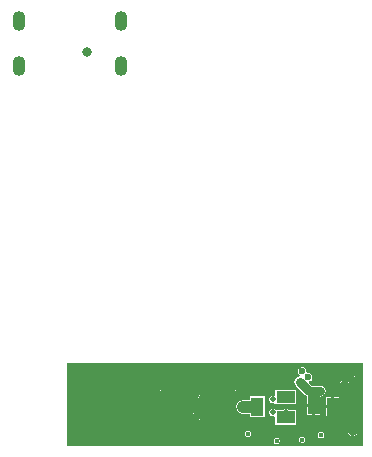
<source format=gbr>
G04*
G04 #@! TF.GenerationSoftware,Altium Limited,Altium Designer,23.10.1 (27)*
G04*
G04 Layer_Physical_Order=4*
G04 Layer_Color=16711680*
%FSLAX44Y44*%
%MOMM*%
G71*
G04*
G04 #@! TF.SameCoordinates,EE71AB0A-04B5-4847-A965-A32D4C1E190E*
G04*
G04*
G04 #@! TF.FilePolarity,Positive*
G04*
G01*
G75*
G04:AMPARAMS|DCode=38|XSize=1.1mm|YSize=1.7mm|CornerRadius=0.55mm|HoleSize=0mm|Usage=FLASHONLY|Rotation=180.000|XOffset=0mm|YOffset=0mm|HoleType=Round|Shape=RoundedRectangle|*
%AMROUNDEDRECTD38*
21,1,1.1000,0.6000,0,0,180.0*
21,1,0.0000,1.7000,0,0,180.0*
1,1,1.1000,0.0000,0.3000*
1,1,1.1000,0.0000,0.3000*
1,1,1.1000,0.0000,-0.3000*
1,1,1.1000,0.0000,-0.3000*
%
%ADD38ROUNDEDRECTD38*%
%ADD45C,0.8000*%
%ADD48C,0.8000*%
%ADD49C,0.6000*%
%ADD50C,0.4000*%
%ADD51C,0.5000*%
%ADD53C,1.0000*%
%ADD54R,1.1000X1.6000*%
%ADD55R,1.6000X1.1000*%
G36*
X2327831Y63D02*
X2077647D01*
Y70064D01*
X2327831D01*
Y63D01*
D02*
G37*
%LPC*%
G36*
X2308570Y59221D02*
Y57770D01*
X2310021D01*
X2309843Y58199D01*
X2308999Y59043D01*
X2308570Y59221D01*
D02*
G37*
G36*
X2306030D02*
X2305601Y59043D01*
X2304757Y58199D01*
X2304579Y57770D01*
X2306030D01*
Y59221D01*
D02*
G37*
G36*
X2320570Y59303D02*
Y56770D01*
X2323103D01*
X2322691Y57766D01*
X2321566Y58891D01*
X2320570Y59303D01*
D02*
G37*
G36*
X2318030D02*
X2317034Y58891D01*
X2315909Y57766D01*
X2315497Y56770D01*
X2318030D01*
Y59303D01*
D02*
G37*
G36*
X2310021Y55230D02*
X2308570D01*
Y53779D01*
X2308999Y53957D01*
X2309843Y54801D01*
X2310021Y55230D01*
D02*
G37*
G36*
X2306030D02*
X2304579D01*
X2304757Y54801D01*
X2305601Y53957D01*
X2306030Y53779D01*
Y55230D01*
D02*
G37*
G36*
X2323103Y54230D02*
X2320570D01*
Y51697D01*
X2321566Y52109D01*
X2322691Y53234D01*
X2323103Y54230D01*
D02*
G37*
G36*
X2318030D02*
X2315497D01*
X2315909Y53234D01*
X2317034Y52109D01*
X2318030Y51697D01*
Y54230D01*
D02*
G37*
G36*
X2218680Y51941D02*
Y50490D01*
X2220131D01*
X2219953Y50919D01*
X2219109Y51763D01*
X2218680Y51941D01*
D02*
G37*
G36*
X2216140D02*
X2215711Y51763D01*
X2214867Y50919D01*
X2214689Y50490D01*
X2216140D01*
Y51941D01*
D02*
G37*
G36*
X2155680D02*
Y50490D01*
X2157131D01*
X2156953Y50919D01*
X2156109Y51763D01*
X2155680Y51941D01*
D02*
G37*
G36*
X2153140D02*
X2152711Y51763D01*
X2151867Y50919D01*
X2151689Y50490D01*
X2153140D01*
Y51941D01*
D02*
G37*
G36*
X2220131Y47950D02*
X2218680D01*
Y46499D01*
X2219109Y46677D01*
X2219953Y47521D01*
X2220131Y47950D01*
D02*
G37*
G36*
X2216140D02*
X2214689D01*
X2214867Y47521D01*
X2215711Y46677D01*
X2216140Y46499D01*
Y47950D01*
D02*
G37*
G36*
X2157131D02*
X2155680D01*
Y46499D01*
X2156109Y46677D01*
X2156953Y47521D01*
X2157131Y47950D01*
D02*
G37*
G36*
X2153140D02*
X2151689D01*
X2151867Y47521D01*
X2152711Y46677D01*
X2153140Y46499D01*
Y47950D01*
D02*
G37*
G36*
X2187070Y48064D02*
Y45530D01*
X2189603D01*
X2189191Y46526D01*
X2188066Y47651D01*
X2187070Y48064D01*
D02*
G37*
G36*
X2184530D02*
X2183534Y47651D01*
X2182409Y46526D01*
X2181996Y45530D01*
X2184530D01*
Y48064D01*
D02*
G37*
G36*
X2270950Y47650D02*
X2253650D01*
Y43436D01*
X2252380Y42587D01*
X2252157Y42680D01*
X2250903D01*
X2249746Y42200D01*
X2248860Y41314D01*
X2248380Y40157D01*
Y38903D01*
X2248860Y37746D01*
X2249746Y36860D01*
X2250903Y36380D01*
X2252157D01*
X2252380Y36472D01*
X2253650Y35624D01*
Y35350D01*
X2270950D01*
Y47650D01*
D02*
G37*
G36*
X2189603Y42990D02*
X2187070D01*
Y40457D01*
X2188066Y40869D01*
X2189191Y41994D01*
X2189603Y42990D01*
D02*
G37*
G36*
X2184530D02*
X2181996D01*
X2182409Y41994D01*
X2183534Y40869D01*
X2184530Y40457D01*
Y42990D01*
D02*
G37*
G36*
X2277026Y67150D02*
X2275574D01*
X2274232Y66594D01*
X2273206Y65568D01*
X2272650Y64226D01*
Y62774D01*
X2273206Y61432D01*
X2274176Y60462D01*
X2274147Y60077D01*
X2273912Y59164D01*
X2272486Y58880D01*
X2270948Y57853D01*
X2269920Y56314D01*
X2269559Y54500D01*
X2269920Y52686D01*
X2270948Y51147D01*
X2278947Y43148D01*
X2280486Y42120D01*
X2280800Y42057D01*
Y35770D01*
X2286300D01*
X2291800D01*
Y41795D01*
X2293435Y42120D01*
X2294973Y43148D01*
X2296001Y44686D01*
X2296362Y46500D01*
X2296001Y48314D01*
X2294973Y49852D01*
X2293435Y50880D01*
X2291621Y51241D01*
X2284264D01*
X2282080Y53425D01*
X2282525Y54776D01*
X2283438Y55154D01*
X2284465Y56181D01*
X2285020Y57523D01*
Y58975D01*
X2284465Y60316D01*
X2283438Y61343D01*
X2282096Y61899D01*
X2280962D01*
X2280252Y62513D01*
X2279950Y62986D01*
Y64226D01*
X2279394Y65568D01*
X2278368Y66594D01*
X2277026Y67150D01*
D02*
G37*
G36*
X2307800Y41500D02*
X2303570D01*
Y34770D01*
X2307800D01*
Y41500D01*
D02*
G37*
G36*
X2301030D02*
X2296800D01*
Y34770D01*
X2301030D01*
Y41500D01*
D02*
G37*
G36*
X2263157Y31680D02*
X2261903D01*
X2260746Y31200D01*
X2260195Y30650D01*
X2253865D01*
X2253314Y31200D01*
X2252157Y31680D01*
X2250903D01*
X2249746Y31200D01*
X2248860Y30314D01*
X2248380Y29157D01*
Y27903D01*
X2248860Y26746D01*
X2249746Y25859D01*
X2250903Y25380D01*
X2252157D01*
X2252380Y25473D01*
X2253650Y24624D01*
Y18350D01*
X2270950D01*
Y30650D01*
X2264865D01*
X2264314Y31200D01*
X2263157Y31680D01*
D02*
G37*
G36*
X2291800Y33230D02*
X2287570D01*
Y26500D01*
X2291800D01*
Y33230D01*
D02*
G37*
G36*
X2285030D02*
X2280800D01*
Y26500D01*
X2285030D01*
Y33230D01*
D02*
G37*
G36*
X2307800Y32230D02*
X2303570D01*
Y25500D01*
X2307800D01*
Y32230D01*
D02*
G37*
G36*
X2301030D02*
X2296800D01*
Y25500D01*
X2301030D01*
Y32230D01*
D02*
G37*
G36*
X2186970Y28003D02*
Y25470D01*
X2189503D01*
X2189091Y26466D01*
X2187966Y27591D01*
X2186970Y28003D01*
D02*
G37*
G36*
X2184430D02*
X2183434Y27591D01*
X2182309Y26466D01*
X2181897Y25470D01*
X2184430D01*
Y28003D01*
D02*
G37*
G36*
X2244450Y42150D02*
X2232150D01*
Y39061D01*
X2226100D01*
X2223896Y38622D01*
X2222027Y37373D01*
X2220778Y35505D01*
X2220339Y33300D01*
X2220778Y31095D01*
X2222027Y29227D01*
X2223896Y27978D01*
X2226100Y27539D01*
X2232150D01*
Y24850D01*
X2244450D01*
Y42150D01*
D02*
G37*
G36*
X2189503Y22930D02*
X2186970D01*
Y20396D01*
X2187966Y20809D01*
X2189091Y21934D01*
X2189503Y22930D01*
D02*
G37*
G36*
X2184430D02*
X2181897D01*
X2182309Y21934D01*
X2183434Y20809D01*
X2184430Y20396D01*
Y22930D01*
D02*
G37*
G36*
X2320570Y16303D02*
Y13770D01*
X2323103D01*
X2322691Y14766D01*
X2321566Y15891D01*
X2320570Y16303D01*
D02*
G37*
G36*
X2318030D02*
X2317034Y15891D01*
X2315909Y14766D01*
X2315497Y13770D01*
X2318030D01*
Y16303D01*
D02*
G37*
G36*
X2323103Y11230D02*
X2320570D01*
Y8697D01*
X2321566Y9109D01*
X2322691Y10234D01*
X2323103Y11230D01*
D02*
G37*
G36*
X2318030D02*
X2315497D01*
X2315909Y10234D01*
X2317034Y9109D01*
X2318030Y8697D01*
Y11230D01*
D02*
G37*
G36*
X2230927Y13250D02*
X2229873D01*
X2228899Y12847D01*
X2228153Y12101D01*
X2227750Y11127D01*
Y10073D01*
X2228153Y9099D01*
X2228899Y8353D01*
X2229873Y7950D01*
X2230927D01*
X2231901Y8353D01*
X2232647Y9099D01*
X2233050Y10073D01*
Y11127D01*
X2232647Y12101D01*
X2231901Y12847D01*
X2230927Y13250D01*
D02*
G37*
G36*
X2292827Y12150D02*
X2291773D01*
X2290799Y11747D01*
X2290053Y11001D01*
X2289650Y10027D01*
Y8973D01*
X2290053Y7999D01*
X2290799Y7253D01*
X2291773Y6850D01*
X2292827D01*
X2293801Y7253D01*
X2294547Y7999D01*
X2294950Y8973D01*
Y10027D01*
X2294547Y11001D01*
X2293801Y11747D01*
X2292827Y12150D01*
D02*
G37*
G36*
X2276827Y8150D02*
X2275773D01*
X2274799Y7747D01*
X2274053Y7001D01*
X2273650Y6027D01*
Y4973D01*
X2274053Y3999D01*
X2274799Y3253D01*
X2275773Y2850D01*
X2276827D01*
X2277801Y3253D01*
X2278547Y3999D01*
X2278950Y4973D01*
Y6027D01*
X2278547Y7001D01*
X2277801Y7747D01*
X2276827Y8150D01*
D02*
G37*
G36*
X2255327Y7150D02*
X2254273D01*
X2253299Y6747D01*
X2252553Y6001D01*
X2252150Y5027D01*
Y3973D01*
X2252553Y2999D01*
X2253299Y2253D01*
X2254273Y1850D01*
X2255327D01*
X2256301Y2253D01*
X2257047Y2999D01*
X2257450Y3973D01*
Y5027D01*
X2257047Y6001D01*
X2256301Y6747D01*
X2255327Y7150D01*
D02*
G37*
%LPD*%
D38*
X2036500Y322200D02*
D03*
Y360200D02*
D03*
X2122900Y322200D02*
D03*
Y360200D02*
D03*
D45*
X2282300Y46500D02*
X2291621D01*
X2274300Y54500D02*
X2282300Y46500D01*
D48*
X2185800Y44260D02*
D03*
X2185700Y24200D02*
D03*
X2094000Y333500D02*
D03*
X2319300Y55500D02*
D03*
Y12500D02*
D03*
D49*
X2281370Y58249D02*
D03*
X2217410Y49220D02*
D03*
X2154410D02*
D03*
X2226100Y33300D02*
D03*
X2276300Y63500D02*
D03*
X2307300Y56500D02*
D03*
X2274300Y54500D02*
D03*
D50*
X2230400Y10600D02*
D03*
X2292300Y9500D02*
D03*
X2276300Y5500D02*
D03*
X2254800Y4500D02*
D03*
D51*
X2251530Y28530D02*
D03*
Y39530D02*
D03*
X2262530Y28530D02*
D03*
Y39530D02*
D03*
D53*
X2226100Y33300D02*
X2238100D01*
X2238300Y33500D01*
D54*
D03*
X2286300Y34500D02*
D03*
X2302300Y33500D02*
D03*
D55*
X2262300Y41500D02*
D03*
Y24500D02*
D03*
M02*

</source>
